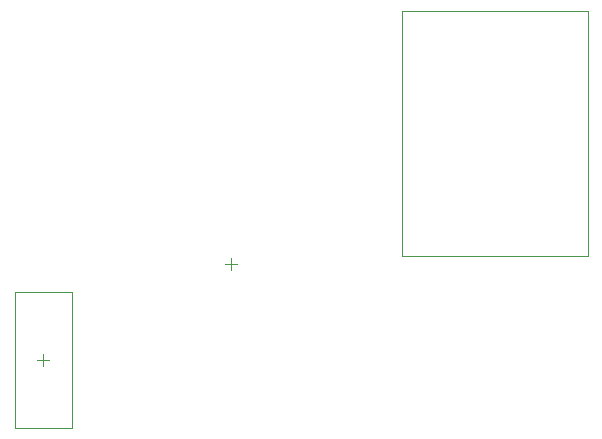
<source format=gbr>
%FSTAX23Y23*%
%MOIN*%
%SFA1B1*%

%IPPOS*%
%ADD44C,0.003937*%
%ADD49C,0.001968*%
%LNpcb1_mechanical_15-1*%
%LPD*%
G54D44*
X02605Y0193D02*
X02644D01*
X02625Y0191D02*
Y01949D01*
X0325Y0223D02*
Y02269D01*
X0323Y0225D02*
X03269D01*
G54D49*
X02529Y02157D02*
X0272D01*
Y01702D02*
Y02157D01*
X02529Y01702D02*
X0272D01*
X02529D02*
Y02157D01*
X0382Y02275D02*
X04439D01*
X0382D02*
Y03094D01*
X04439*
Y02275D02*
Y03094D01*
M02*
</source>
